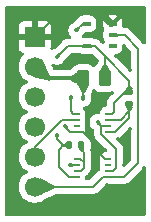
<source format=gbr>
%TF.GenerationSoftware,KiCad,Pcbnew,9.0.0*%
%TF.CreationDate,2025-09-15T17:26:31+09:00*%
%TF.ProjectId,ICS,4943532e-6b69-4636-9164-5f7063625858,rev?*%
%TF.SameCoordinates,Original*%
%TF.FileFunction,Copper,L1,Top*%
%TF.FilePolarity,Positive*%
%FSLAX46Y46*%
G04 Gerber Fmt 4.6, Leading zero omitted, Abs format (unit mm)*
G04 Created by KiCad (PCBNEW 9.0.0) date 2025-09-15 17:26:31*
%MOMM*%
%LPD*%
G01*
G04 APERTURE LIST*
G04 Aperture macros list*
%AMRoundRect*
0 Rectangle with rounded corners*
0 $1 Rounding radius*
0 $2 $3 $4 $5 $6 $7 $8 $9 X,Y pos of 4 corners*
0 Add a 4 corners polygon primitive as box body*
4,1,4,$2,$3,$4,$5,$6,$7,$8,$9,$2,$3,0*
0 Add four circle primitives for the rounded corners*
1,1,$1+$1,$2,$3*
1,1,$1+$1,$4,$5*
1,1,$1+$1,$6,$7*
1,1,$1+$1,$8,$9*
0 Add four rect primitives between the rounded corners*
20,1,$1+$1,$2,$3,$4,$5,0*
20,1,$1+$1,$4,$5,$6,$7,0*
20,1,$1+$1,$6,$7,$8,$9,0*
20,1,$1+$1,$8,$9,$2,$3,0*%
G04 Aperture macros list end*
%TA.AperFunction,SMDPad,CuDef*%
%ADD10RoundRect,0.250000X0.262500X0.450000X-0.262500X0.450000X-0.262500X-0.450000X0.262500X-0.450000X0*%
%TD*%
%TA.AperFunction,SMDPad,CuDef*%
%ADD11RoundRect,0.135000X-0.185000X0.135000X-0.185000X-0.135000X0.185000X-0.135000X0.185000X0.135000X0*%
%TD*%
%TA.AperFunction,SMDPad,CuDef*%
%ADD12RoundRect,0.057000X-0.243000X0.133000X-0.243000X-0.133000X0.243000X-0.133000X0.243000X0.133000X0*%
%TD*%
%TA.AperFunction,ComponentPad*%
%ADD13R,1.700000X1.700000*%
%TD*%
%TA.AperFunction,ComponentPad*%
%ADD14C,1.700000*%
%TD*%
%TA.AperFunction,SMDPad,CuDef*%
%ADD15RoundRect,0.135000X0.135000X0.185000X-0.135000X0.185000X-0.135000X-0.185000X0.135000X-0.185000X0*%
%TD*%
%TA.AperFunction,SMDPad,CuDef*%
%ADD16RoundRect,0.030000X0.170000X0.070000X-0.170000X0.070000X-0.170000X-0.070000X0.170000X-0.070000X0*%
%TD*%
%TA.AperFunction,SMDPad,CuDef*%
%ADD17RoundRect,0.030000X-0.170000X-0.070000X0.170000X-0.070000X0.170000X0.070000X-0.170000X0.070000X0*%
%TD*%
%TA.AperFunction,ViaPad*%
%ADD18C,0.350000*%
%TD*%
%TA.AperFunction,Conductor*%
%ADD19C,0.200000*%
%TD*%
%TA.AperFunction,Conductor*%
%ADD20C,0.380000*%
%TD*%
G04 APERTURE END LIST*
D10*
%TO.P,R1,1*%
%TO.N,+5V*%
X124632500Y-91100000D03*
%TO.P,R1,2*%
%TO.N,Net-(J2-Pin_2)*%
X122807500Y-91100000D03*
%TD*%
D11*
%TO.P,R2,1*%
%TO.N,+5V*%
X126700000Y-92280000D03*
%TO.P,R2,2*%
%TO.N,Net-(U2-A2)*%
X126700000Y-93300000D03*
%TD*%
D12*
%TO.P,U1,1,NoConnectin*%
%TO.N,unconnected-(U1-NoConnectin-Pad1)*%
X125300000Y-88370000D03*
%TO.P,U1,2,A*%
%TO.N,Net-(J2-Pin_6)*%
X125300000Y-87420000D03*
%TO.P,U1,3,GND*%
%TO.N,GND*%
X125300000Y-86470000D03*
%TO.P,U1,4,Y*%
%TO.N,Net-(U1-Y)*%
X123100000Y-86470000D03*
%TO.P,U1,5,Vcc*%
%TO.N,+5V*%
X123100000Y-88370000D03*
%TD*%
D13*
%TO.P,J2,1,Pin_1*%
%TO.N,GND*%
X118680000Y-87590000D03*
D14*
%TO.P,J2,2,Pin_2*%
%TO.N,Net-(J2-Pin_2)*%
X118680000Y-90130000D03*
%TO.P,J2,3,Pin_3*%
%TO.N,+5V*%
X118680000Y-92670000D03*
%TO.P,J2,4,Pin_4*%
%TO.N,Net-(J2-Pin_4)*%
X118680000Y-95210000D03*
%TO.P,J2,5,Pin_5*%
%TO.N,Net-(J2-Pin_5)*%
X118680000Y-97750000D03*
%TO.P,J2,6,Pin_6*%
%TO.N,Net-(J2-Pin_6)*%
X118680000Y-100290000D03*
%TD*%
D15*
%TO.P,R3,1*%
%TO.N,Net-(U3-A2)*%
X122640000Y-96760000D03*
%TO.P,R3,2*%
%TO.N,+5V*%
X121620000Y-96760000D03*
%TD*%
D16*
%TO.P,U3,1,G'*%
%TO.N,Net-(J2-Pin_6)*%
X124930000Y-99420000D03*
%TO.P,U3,2,A1*%
%TO.N,Net-(J2-Pin_2)*%
X124930000Y-98920000D03*
%TO.P,U3,3,Y2*%
%TO.N,unconnected-(U3-Y2-Pad3)*%
X124930000Y-98420000D03*
%TO.P,U3,4,GND*%
%TO.N,GND*%
X124930000Y-97920000D03*
%TO.P,U3,5,A2*%
%TO.N,Net-(U3-A2)*%
X122230000Y-97920000D03*
%TO.P,U3,6,Y1*%
%TO.N,Net-(J2-Pin_4)*%
X122230000Y-98420000D03*
%TO.P,U3,7,G*%
%TO.N,Net-(U3-A2)*%
X122230000Y-98920000D03*
%TO.P,U3,8,Vcc*%
%TO.N,+5V*%
X122230000Y-99420000D03*
%TD*%
D17*
%TO.P,U2,1,G'*%
%TO.N,Net-(U1-Y)*%
X122230000Y-94110000D03*
%TO.P,U2,2,A1*%
%TO.N,Net-(J2-Pin_5)*%
X122230000Y-94610000D03*
%TO.P,U2,3,Y2*%
%TO.N,unconnected-(U2-Y2-Pad3)*%
X122230000Y-95110000D03*
%TO.P,U2,4,GND*%
%TO.N,GND*%
X122230000Y-95610000D03*
%TO.P,U2,5,A2*%
%TO.N,Net-(U2-A2)*%
X124930000Y-95610000D03*
%TO.P,U2,6,Y1*%
%TO.N,Net-(J2-Pin_2)*%
X124930000Y-95110000D03*
%TO.P,U2,7,G*%
%TO.N,Net-(U2-A2)*%
X124930000Y-94610000D03*
%TO.P,U2,8,Vcc*%
%TO.N,+5V*%
X124930000Y-94110000D03*
%TD*%
D18*
%TO.N,+5V*%
X120580000Y-89260000D03*
X120605876Y-95920000D03*
%TO.N,Net-(U1-Y)*%
X121740000Y-92700000D03*
X122200000Y-87050000D03*
%TO.N,Net-(J2-Pin_2)*%
X122807500Y-92830000D03*
X124005876Y-94805876D03*
%TO.N,Net-(J2-Pin_4)*%
X121700000Y-98420000D03*
%TO.N,GND*%
X122000000Y-102500000D03*
X124670000Y-97190000D03*
X126710000Y-95400000D03*
X126290000Y-86670000D03*
X124460000Y-88050000D03*
X124180000Y-93630000D03*
X126220000Y-88350000D03*
X126770000Y-90370000D03*
X123130000Y-99570000D03*
X117950000Y-93940000D03*
X125190000Y-92360000D03*
X124810000Y-100140000D03*
X123930000Y-89640000D03*
X122880000Y-87560000D03*
X127590000Y-85420000D03*
X125730000Y-96270000D03*
X117910000Y-96500000D03*
X116470000Y-102460000D03*
X117920000Y-99020000D03*
X121240000Y-89910000D03*
X127920000Y-98710000D03*
X123670000Y-92150000D03*
X127860000Y-88060000D03*
X121240000Y-95100000D03*
X127900000Y-102480000D03*
X117970000Y-91410000D03*
X126280000Y-98420000D03*
X125530000Y-89190000D03*
%TD*%
D19*
%TO.N,+5V*%
X122230000Y-99420000D02*
X121580000Y-99420000D01*
X121580000Y-99420000D02*
X120770000Y-98610000D01*
X126300000Y-92280000D02*
X126700000Y-92280000D01*
X124930000Y-94110000D02*
X125210000Y-94110000D01*
X121470000Y-88370000D02*
X123100000Y-88370000D01*
X120580000Y-89260000D02*
X121470000Y-88370000D01*
X120770000Y-98610000D02*
X120770000Y-97070000D01*
X123760000Y-88370000D02*
X124632500Y-89242500D01*
X120770000Y-97070000D02*
X120790000Y-97070000D01*
X125210000Y-94110000D02*
X125370000Y-93950000D01*
X121100000Y-96760000D02*
X121620000Y-96760000D01*
X120605876Y-96265876D02*
X121100000Y-96760000D01*
X125370000Y-93210000D02*
X126300000Y-92280000D01*
X125370000Y-93950000D02*
X125370000Y-93210000D01*
X124632500Y-89242500D02*
X126700000Y-91310000D01*
X126700000Y-91310000D02*
X126700000Y-92280000D01*
X120790000Y-97070000D02*
X121100000Y-96760000D01*
X120605876Y-95920000D02*
X120605876Y-96265876D01*
X124632500Y-89242500D02*
X124632500Y-91100000D01*
X123100000Y-88370000D02*
X123760000Y-88370000D01*
%TO.N,Net-(U2-A2)*%
X126700000Y-94430000D02*
X126700000Y-93870000D01*
X125960000Y-94610000D02*
X126700000Y-93870000D01*
X124930000Y-95610000D02*
X125520000Y-95610000D01*
X124930000Y-94610000D02*
X125960000Y-94610000D01*
X125520000Y-95610000D02*
X126700000Y-94430000D01*
X126700000Y-93870000D02*
X126700000Y-93300000D01*
%TO.N,Net-(U3-A2)*%
X122600000Y-98920000D02*
X122230000Y-98920000D01*
X122640000Y-97170000D02*
X122640000Y-96760000D01*
X122820000Y-98230000D02*
X122820000Y-97350000D01*
X122510000Y-97920000D02*
X122820000Y-98230000D01*
X122820000Y-97350000D02*
X122640000Y-97170000D01*
X122230000Y-97920000D02*
X122510000Y-97920000D01*
X122820000Y-98700000D02*
X122600000Y-98920000D01*
X122820000Y-98230000D02*
X122820000Y-98700000D01*
%TO.N,Net-(U1-Y)*%
X122780000Y-86470000D02*
X122200000Y-87050000D01*
X121950000Y-94110000D02*
X121740000Y-93900000D01*
X121740000Y-93900000D02*
X121740000Y-92700000D01*
X123100000Y-86470000D02*
X122780000Y-86470000D01*
X122230000Y-94110000D02*
X121950000Y-94110000D01*
%TO.N,Net-(J2-Pin_2)*%
X125570000Y-97090000D02*
X124320000Y-95840000D01*
X122807500Y-92830000D02*
X122807500Y-91100000D01*
X124930000Y-95110000D02*
X124310000Y-95110000D01*
D20*
X118680000Y-90130000D02*
X119650000Y-91100000D01*
D19*
X125570000Y-98690000D02*
X125570000Y-97090000D01*
D20*
X119650000Y-91100000D02*
X122807500Y-91100000D01*
D19*
X124310000Y-95110000D02*
X124005876Y-94805876D01*
X124310000Y-95830000D02*
X124320000Y-95840000D01*
X125340000Y-98920000D02*
X125570000Y-98690000D01*
X124310000Y-95110000D02*
X124310000Y-95830000D01*
X124930000Y-98920000D02*
X125340000Y-98920000D01*
%TO.N,Net-(J2-Pin_6)*%
X127450000Y-98250000D02*
X127450000Y-88580000D01*
X124490000Y-99420000D02*
X124930000Y-99420000D01*
X127450000Y-88580000D02*
X126290000Y-87420000D01*
X124930000Y-99420000D02*
X126280000Y-99420000D01*
X126290000Y-87420000D02*
X125300000Y-87420000D01*
X126280000Y-99420000D02*
X127450000Y-98250000D01*
X118680000Y-100290000D02*
X123620000Y-100290000D01*
X123620000Y-100290000D02*
X124490000Y-99420000D01*
%TO.N,Net-(J2-Pin_4)*%
X121700000Y-98420000D02*
X122230000Y-98420000D01*
%TO.N,Net-(J2-Pin_5)*%
X118680000Y-97750000D02*
X118680000Y-96910000D01*
X120980000Y-94610000D02*
X122230000Y-94610000D01*
X118680000Y-96910000D02*
X120980000Y-94610000D01*
%TO.N,GND*%
X121240000Y-95160000D02*
X121690000Y-95610000D01*
X122230000Y-95610000D02*
X122760000Y-95610000D01*
X124040000Y-85640000D02*
X124870000Y-86470000D01*
X121690000Y-95610000D02*
X122230000Y-95610000D01*
X124610000Y-97920000D02*
X124930000Y-97920000D01*
X123810000Y-97120000D02*
X124610000Y-97920000D01*
X121240000Y-95100000D02*
X121240000Y-95160000D01*
X123810000Y-96660000D02*
X123810000Y-97120000D01*
X122760000Y-95610000D02*
X123810000Y-96660000D01*
X120630000Y-85640000D02*
X124040000Y-85640000D01*
X118680000Y-87590000D02*
X120630000Y-85640000D01*
X124870000Y-86470000D02*
X125300000Y-86470000D01*
%TD*%
%TA.AperFunction,Conductor*%
%TO.N,Net-(J2-Pin_6)*%
G36*
X120363667Y-100390000D02*
G01*
X120363667Y-100190000D01*
X119152235Y-99583251D01*
X118679000Y-100290000D01*
X119152235Y-100996749D01*
X120363667Y-100390000D01*
G37*
%TD.AperFunction*%
%TD*%
%TA.AperFunction,Conductor*%
%TO.N,Net-(U1-Y)*%
G36*
X121640000Y-93046637D02*
G01*
X121840000Y-93046637D01*
X121911637Y-92734141D01*
X121740000Y-92699000D01*
X121568363Y-92734141D01*
X121640000Y-93046637D01*
G37*
%TD.AperFunction*%
%TD*%
%TA.AperFunction,Conductor*%
%TO.N,+5V*%
G36*
X126800000Y-91740000D02*
G01*
X126600000Y-91740000D01*
X126430000Y-92042552D01*
X126700000Y-92281000D01*
X126970000Y-92042552D01*
X126800000Y-91740000D01*
G37*
%TD.AperFunction*%
%TD*%
%TA.AperFunction,Conductor*%
%TO.N,+5V*%
G36*
X120535704Y-96337124D02*
G01*
X120677124Y-96195704D01*
X120751383Y-96017225D01*
X120605169Y-95919293D01*
X120434239Y-95954141D01*
X120535704Y-96337124D01*
G37*
%TD.AperFunction*%
%TD*%
%TA.AperFunction,Conductor*%
%TO.N,Net-(U1-Y)*%
G36*
X122515820Y-86875601D02*
G01*
X122374399Y-86734180D01*
X122102775Y-86904493D01*
X122199293Y-87050707D01*
X122345507Y-87147225D01*
X122515820Y-86875601D01*
G37*
%TD.AperFunction*%
%TD*%
%TA.AperFunction,Conductor*%
%TO.N,Net-(U3-A2)*%
G36*
X122696568Y-97367989D02*
G01*
X122837989Y-97226568D01*
X122899724Y-96996662D01*
X122639293Y-96759293D01*
X122432258Y-97055638D01*
X122696568Y-97367989D01*
G37*
%TD.AperFunction*%
%TD*%
%TA.AperFunction,Conductor*%
%TO.N,Net-(U2-A2)*%
G36*
X126600000Y-93840000D02*
G01*
X126800000Y-93840000D01*
X126970000Y-93537447D01*
X126700000Y-93299000D01*
X126430000Y-93537447D01*
X126600000Y-93840000D01*
G37*
%TD.AperFunction*%
%TD*%
%TA.AperFunction,Conductor*%
%TO.N,Net-(J2-Pin_4)*%
G36*
X122046637Y-98520000D02*
G01*
X122046637Y-98320000D01*
X121734141Y-98248363D01*
X121699000Y-98420000D01*
X121734141Y-98591637D01*
X122046637Y-98520000D01*
G37*
%TD.AperFunction*%
%TD*%
%TA.AperFunction,Conductor*%
%TO.N,Net-(U1-Y)*%
G36*
X122589082Y-86519497D02*
G01*
X122730503Y-86660918D01*
X123123711Y-86660000D01*
X123100707Y-86469293D01*
X122800000Y-86354742D01*
X122589082Y-86519497D01*
G37*
%TD.AperFunction*%
%TD*%
%TA.AperFunction,Conductor*%
%TO.N,+5V*%
G36*
X123590000Y-88470000D02*
G01*
X123590000Y-88270000D01*
X123364813Y-88184339D01*
X123099000Y-88370000D01*
X123364813Y-88555661D01*
X123590000Y-88470000D01*
G37*
%TD.AperFunction*%
%TD*%
%TA.AperFunction,Conductor*%
%TO.N,Net-(J2-Pin_2)*%
G36*
X119961880Y-91290000D02*
G01*
X119961880Y-90910000D01*
X119386749Y-89657765D01*
X118679000Y-90130000D01*
X118514173Y-90963667D01*
X119961880Y-91290000D01*
G37*
%TD.AperFunction*%
%TD*%
%TA.AperFunction,Conductor*%
%TO.N,Net-(J2-Pin_2)*%
G36*
X122707500Y-92312500D02*
G01*
X122907500Y-92312500D01*
X123300970Y-91645671D01*
X122807500Y-91099000D01*
X122314030Y-91645671D01*
X122707500Y-92312500D01*
G37*
%TD.AperFunction*%
%TD*%
%TA.AperFunction,Conductor*%
%TO.N,+5V*%
G36*
X122610000Y-88270000D02*
G01*
X122610000Y-88470000D01*
X122835187Y-88555661D01*
X123101000Y-88370000D01*
X122835187Y-88184339D01*
X122610000Y-88270000D01*
G37*
%TD.AperFunction*%
%TD*%
%TA.AperFunction,Conductor*%
%TO.N,+5V*%
G36*
X121156568Y-96675148D02*
G01*
X121015148Y-96816568D01*
X121378602Y-97024089D01*
X121620707Y-96760707D01*
X121386494Y-96484100D01*
X121156568Y-96675148D01*
G37*
%TD.AperFunction*%
%TD*%
%TA.AperFunction,Conductor*%
%TO.N,Net-(J2-Pin_6)*%
G36*
X125790000Y-87520000D02*
G01*
X125790000Y-87320000D01*
X125564813Y-87234339D01*
X125299000Y-87420000D01*
X125564813Y-87605661D01*
X125790000Y-87520000D01*
G37*
%TD.AperFunction*%
%TD*%
%TA.AperFunction,Conductor*%
%TO.N,+5V*%
G36*
X120895820Y-89085601D02*
G01*
X120754399Y-88944180D01*
X120482775Y-89114493D01*
X120579293Y-89260707D01*
X120725507Y-89357225D01*
X120895820Y-89085601D01*
G37*
%TD.AperFunction*%
%TD*%
%TA.AperFunction,Conductor*%
%TO.N,+5V*%
G36*
X124732500Y-89887500D02*
G01*
X124532500Y-89887500D01*
X124139030Y-90554329D01*
X124632500Y-91101000D01*
X125125970Y-90554329D01*
X124732500Y-89887500D01*
G37*
%TD.AperFunction*%
%TD*%
%TA.AperFunction,Conductor*%
%TO.N,GND*%
G36*
X121381972Y-95443393D02*
G01*
X121523393Y-95301972D01*
X121385507Y-95002775D01*
X121239293Y-95099293D01*
X121142775Y-95245507D01*
X121381972Y-95443393D01*
G37*
%TD.AperFunction*%
%TD*%
%TA.AperFunction,Conductor*%
%TO.N,+5V*%
G36*
X126094940Y-92343639D02*
G01*
X126236361Y-92485060D01*
X126463338Y-92539724D01*
X126700707Y-92279293D01*
X126401653Y-92076310D01*
X126094940Y-92343639D01*
G37*
%TD.AperFunction*%
%TD*%
%TA.AperFunction,Conductor*%
%TO.N,Net-(J2-Pin_2)*%
G36*
X124180275Y-95121696D02*
G01*
X124321696Y-94980275D01*
X124151383Y-94708651D01*
X124005169Y-94805169D01*
X123908651Y-94951383D01*
X124180275Y-95121696D01*
G37*
%TD.AperFunction*%
%TD*%
%TA.AperFunction,Conductor*%
%TO.N,Net-(J2-Pin_2)*%
G36*
X122907500Y-92483363D02*
G01*
X122707500Y-92483363D01*
X122635863Y-92795859D01*
X122807500Y-92831000D01*
X122979137Y-92795859D01*
X122907500Y-92483363D01*
G37*
%TD.AperFunction*%
%TD*%
%TA.AperFunction,Conductor*%
%TO.N,Net-(J2-Pin_2)*%
G36*
X121782500Y-90910000D02*
G01*
X121782500Y-91290000D01*
X122307432Y-91612500D01*
X122808500Y-91100000D01*
X122307432Y-90587500D01*
X121782500Y-90910000D01*
G37*
%TD.AperFunction*%
%TD*%
%TA.AperFunction,Conductor*%
%TO.N,GND*%
G36*
X128062539Y-85030185D02*
G01*
X128108294Y-85082989D01*
X128119500Y-85134500D01*
X128119500Y-88100902D01*
X128099815Y-88167941D01*
X128047011Y-88213696D01*
X127977853Y-88223640D01*
X127914297Y-88194615D01*
X127907819Y-88188583D01*
X126777590Y-87058355D01*
X126777588Y-87058352D01*
X126658717Y-86939481D01*
X126658716Y-86939480D01*
X126553623Y-86878805D01*
X126553622Y-86878804D01*
X126521783Y-86860422D01*
X126465881Y-86845443D01*
X126369057Y-86819499D01*
X126219020Y-86819499D01*
X126151981Y-86799814D01*
X126106226Y-86747010D01*
X126095904Y-86680716D01*
X126099999Y-86646603D01*
X126099999Y-86293397D01*
X126089251Y-86203884D01*
X126033078Y-86061439D01*
X126009005Y-86029694D01*
X126009004Y-86029693D01*
X125434352Y-86604346D01*
X125434350Y-86604350D01*
X125345517Y-86693182D01*
X125284193Y-86726666D01*
X125257836Y-86729500D01*
X125071162Y-86729500D01*
X125004123Y-86709815D01*
X124958368Y-86657011D01*
X124948424Y-86587853D01*
X124977449Y-86524297D01*
X124983481Y-86517818D01*
X125031299Y-86469999D01*
X124590994Y-86029694D01*
X124590993Y-86029694D01*
X124566920Y-86061441D01*
X124510748Y-86203883D01*
X124500000Y-86293397D01*
X124500000Y-86646602D01*
X124510748Y-86736115D01*
X124566921Y-86878560D01*
X124569817Y-86883710D01*
X124585516Y-86951793D01*
X124569820Y-87005255D01*
X124566483Y-87011189D01*
X124510258Y-87153764D01*
X124507399Y-87177578D01*
X124499500Y-87243357D01*
X124499500Y-87243362D01*
X124499500Y-87243363D01*
X124499500Y-87596636D01*
X124510258Y-87686235D01*
X124566481Y-87828806D01*
X124569529Y-87834226D01*
X124570225Y-87837244D01*
X124572336Y-87839513D01*
X124578023Y-87871066D01*
X124585227Y-87902309D01*
X124584345Y-87906143D01*
X124584730Y-87908275D01*
X124581627Y-87917969D01*
X124575996Y-87942471D01*
X124570352Y-87956089D01*
X124566481Y-87961195D01*
X124531948Y-88048761D01*
X124531507Y-88049828D01*
X124510230Y-88076222D01*
X124489402Y-88102992D01*
X124488354Y-88103360D01*
X124487658Y-88104225D01*
X124455460Y-88114935D01*
X124423494Y-88126184D01*
X124422414Y-88125928D01*
X124421360Y-88126279D01*
X124388475Y-88117880D01*
X124355509Y-88110063D01*
X124354322Y-88109157D01*
X124353663Y-88108989D01*
X124352586Y-88107832D01*
X124329273Y-88090038D01*
X124247590Y-88008355D01*
X124247588Y-88008352D01*
X124128717Y-87889481D01*
X124128716Y-87889480D01*
X124023623Y-87828805D01*
X124023622Y-87828804D01*
X123991783Y-87810422D01*
X123935881Y-87795443D01*
X123839057Y-87769499D01*
X123839054Y-87769499D01*
X123718829Y-87769499D01*
X123714245Y-87768705D01*
X123711709Y-87769294D01*
X123686254Y-87763856D01*
X123677120Y-87762274D01*
X123675922Y-87761846D01*
X123550320Y-87714067D01*
X123505064Y-87699251D01*
X123502955Y-87698669D01*
X123495455Y-87697389D01*
X123485301Y-87693762D01*
X123484680Y-87693310D01*
X123481529Y-87692345D01*
X123476239Y-87690259D01*
X123453838Y-87687569D01*
X123386643Y-87679500D01*
X123386637Y-87679500D01*
X122823642Y-87679500D01*
X122813761Y-87676598D01*
X122803542Y-87677860D01*
X122780806Y-87666922D01*
X122756603Y-87659815D01*
X122749860Y-87652033D01*
X122740580Y-87647569D01*
X122727366Y-87626074D01*
X122710848Y-87607011D01*
X122709382Y-87596819D01*
X122703990Y-87588047D01*
X122704494Y-87562825D01*
X122700904Y-87537853D01*
X122705219Y-87526628D01*
X122705388Y-87518191D01*
X122715952Y-87498706D01*
X122720689Y-87486387D01*
X122724314Y-87480986D01*
X122724695Y-87480606D01*
X122751095Y-87441093D01*
X122751145Y-87441052D01*
X122759433Y-87430056D01*
X122780143Y-87405612D01*
X122894068Y-87223917D01*
X122899991Y-87218667D01*
X122903067Y-87211374D01*
X122925765Y-87195826D01*
X122946357Y-87177578D01*
X122955646Y-87175359D01*
X122960710Y-87171891D01*
X122989355Y-87167307D01*
X122995483Y-87165844D01*
X122997110Y-87165796D01*
X123111725Y-87165529D01*
X123141391Y-87164588D01*
X123142765Y-87164504D01*
X123168557Y-87160760D01*
X123175670Y-87160552D01*
X123176297Y-87160716D01*
X123179310Y-87160499D01*
X123386637Y-87160499D01*
X123386642Y-87160499D01*
X123476237Y-87149741D01*
X123618805Y-87093519D01*
X123740918Y-87000918D01*
X123833519Y-86878805D01*
X123889741Y-86736237D01*
X123900500Y-86646643D01*
X123900499Y-86293358D01*
X123889741Y-86203763D01*
X123833519Y-86061195D01*
X123833518Y-86061194D01*
X123833518Y-86061193D01*
X123740918Y-85939081D01*
X123618806Y-85846481D01*
X123502171Y-85800486D01*
X124899186Y-85800486D01*
X124899186Y-85800487D01*
X125300000Y-86201300D01*
X125300001Y-86201300D01*
X125700811Y-85800487D01*
X125700811Y-85800486D01*
X125676117Y-85790749D01*
X125586602Y-85780000D01*
X125013397Y-85780000D01*
X124923880Y-85790749D01*
X124923879Y-85790749D01*
X124899186Y-85800486D01*
X123502171Y-85800486D01*
X123476235Y-85790258D01*
X123433696Y-85785150D01*
X123386643Y-85779500D01*
X123386636Y-85779500D01*
X122813363Y-85779500D01*
X122723764Y-85790258D01*
X122581193Y-85846481D01*
X122459083Y-85939081D01*
X122459080Y-85939083D01*
X122443448Y-85959698D01*
X122430971Y-85973787D01*
X122419946Y-85984478D01*
X122411284Y-85989480D01*
X122299480Y-86101284D01*
X122299478Y-86101286D01*
X122298815Y-86101948D01*
X122298782Y-86101981D01*
X122289086Y-86111677D01*
X122280733Y-86119301D01*
X122264297Y-86132979D01*
X122263242Y-86133914D01*
X122263237Y-86133919D01*
X122200418Y-86199737D01*
X122196268Y-86204495D01*
X122086282Y-86314481D01*
X122064474Y-86331856D01*
X121844341Y-86469883D01*
X121837554Y-86474215D01*
X121837355Y-86474344D01*
X121790697Y-86508599D01*
X121786731Y-86512172D01*
X121772642Y-86523134D01*
X121769397Y-86525302D01*
X121769386Y-86525311D01*
X121675307Y-86619390D01*
X121675301Y-86619398D01*
X121601386Y-86730020D01*
X121601376Y-86730038D01*
X121550461Y-86852959D01*
X121550458Y-86852969D01*
X121524500Y-86983466D01*
X121524500Y-86983469D01*
X121524500Y-87116531D01*
X121524500Y-87116533D01*
X121524499Y-87116533D01*
X121550458Y-87247030D01*
X121550460Y-87247036D01*
X121601376Y-87369961D01*
X121601386Y-87369979D01*
X121675301Y-87480601D01*
X121675307Y-87480609D01*
X121752517Y-87557819D01*
X121786002Y-87619142D01*
X121781018Y-87688834D01*
X121739146Y-87744767D01*
X121673682Y-87769184D01*
X121664836Y-87769500D01*
X121390943Y-87769500D01*
X121238213Y-87810423D01*
X121206377Y-87828805D01*
X121206376Y-87828805D01*
X121101287Y-87889477D01*
X121101282Y-87889481D01*
X120989478Y-88001286D01*
X120395865Y-88594898D01*
X120393870Y-88596345D01*
X120393207Y-88597478D01*
X120384937Y-88602826D01*
X120364334Y-88617776D01*
X120360060Y-88619946D01*
X120260031Y-88661380D01*
X120201585Y-88700431D01*
X120194993Y-88703780D01*
X120167619Y-88708883D01*
X120141055Y-88717201D01*
X120133752Y-88715197D01*
X120126307Y-88716586D01*
X120100524Y-88706081D01*
X120073675Y-88698716D01*
X120068613Y-88693080D01*
X120061601Y-88690224D01*
X120045591Y-88667450D01*
X120026986Y-88646737D01*
X120025774Y-88639260D01*
X120021419Y-88633065D01*
X120020262Y-88605246D01*
X120015810Y-88577766D01*
X120018642Y-88566242D01*
X120018518Y-88563256D01*
X120019996Y-88560730D01*
X120022662Y-88549885D01*
X120023597Y-88547377D01*
X120023598Y-88547372D01*
X120029999Y-88487844D01*
X120030000Y-88487827D01*
X120030000Y-87840000D01*
X119113012Y-87840000D01*
X119145925Y-87782993D01*
X119180000Y-87655826D01*
X119180000Y-87524174D01*
X119145925Y-87397007D01*
X119113012Y-87340000D01*
X120030000Y-87340000D01*
X120030000Y-86692172D01*
X120029999Y-86692155D01*
X120023598Y-86632627D01*
X120023596Y-86632620D01*
X119973354Y-86497913D01*
X119973350Y-86497906D01*
X119887190Y-86382812D01*
X119887187Y-86382809D01*
X119772093Y-86296649D01*
X119772086Y-86296645D01*
X119637379Y-86246403D01*
X119637372Y-86246401D01*
X119577844Y-86240000D01*
X118930000Y-86240000D01*
X118930000Y-87156988D01*
X118872993Y-87124075D01*
X118745826Y-87090000D01*
X118614174Y-87090000D01*
X118487007Y-87124075D01*
X118430000Y-87156988D01*
X118430000Y-86240000D01*
X117782155Y-86240000D01*
X117722627Y-86246401D01*
X117722620Y-86246403D01*
X117587913Y-86296645D01*
X117587906Y-86296649D01*
X117472812Y-86382809D01*
X117472809Y-86382812D01*
X117386649Y-86497906D01*
X117386645Y-86497913D01*
X117336403Y-86632620D01*
X117336401Y-86632627D01*
X117330000Y-86692155D01*
X117330000Y-87340000D01*
X118246988Y-87340000D01*
X118214075Y-87397007D01*
X118180000Y-87524174D01*
X118180000Y-87655826D01*
X118214075Y-87782993D01*
X118246988Y-87840000D01*
X117330000Y-87840000D01*
X117330000Y-88487844D01*
X117336401Y-88547372D01*
X117336403Y-88547379D01*
X117386645Y-88682086D01*
X117386649Y-88682093D01*
X117472809Y-88797187D01*
X117472812Y-88797190D01*
X117587906Y-88883350D01*
X117587913Y-88883354D01*
X117719470Y-88932422D01*
X117775404Y-88974293D01*
X117799821Y-89039758D01*
X117784969Y-89108031D01*
X117763819Y-89136285D01*
X117649889Y-89250215D01*
X117524951Y-89422179D01*
X117428444Y-89611585D01*
X117362753Y-89813760D01*
X117329500Y-90023713D01*
X117329500Y-90236286D01*
X117362753Y-90446239D01*
X117428444Y-90648414D01*
X117524951Y-90837820D01*
X117649890Y-91009786D01*
X117800213Y-91160109D01*
X117972182Y-91285050D01*
X117980946Y-91289516D01*
X118031742Y-91337491D01*
X118048536Y-91405312D01*
X118025998Y-91471447D01*
X117980946Y-91510484D01*
X117972182Y-91514949D01*
X117800213Y-91639890D01*
X117649890Y-91790213D01*
X117524951Y-91962179D01*
X117428444Y-92151585D01*
X117362753Y-92353760D01*
X117346634Y-92455531D01*
X117329500Y-92563713D01*
X117329500Y-92776287D01*
X117362754Y-92986243D01*
X117415955Y-93149979D01*
X117428444Y-93188414D01*
X117524951Y-93377820D01*
X117649890Y-93549786D01*
X117800213Y-93700109D01*
X117972182Y-93825050D01*
X117980946Y-93829516D01*
X118031742Y-93877491D01*
X118048536Y-93945312D01*
X118025998Y-94011447D01*
X117980946Y-94050484D01*
X117972182Y-94054949D01*
X117800213Y-94179890D01*
X117649890Y-94330213D01*
X117524951Y-94502179D01*
X117428444Y-94691585D01*
X117362753Y-94893760D01*
X117360895Y-94905493D01*
X117329500Y-95103713D01*
X117329500Y-95316287D01*
X117336542Y-95360746D01*
X117362753Y-95526239D01*
X117428444Y-95728414D01*
X117524951Y-95917820D01*
X117649890Y-96089786D01*
X117800213Y-96240109D01*
X117972182Y-96365050D01*
X117980946Y-96369516D01*
X118031742Y-96417491D01*
X118048536Y-96485312D01*
X118025998Y-96551447D01*
X117980946Y-96590484D01*
X117972182Y-96594949D01*
X117800213Y-96719890D01*
X117649890Y-96870213D01*
X117524951Y-97042179D01*
X117428444Y-97231585D01*
X117428443Y-97231587D01*
X117428443Y-97231588D01*
X117397925Y-97325513D01*
X117362753Y-97433760D01*
X117349094Y-97520000D01*
X117329500Y-97643713D01*
X117329500Y-97856287D01*
X117362754Y-98066243D01*
X117413757Y-98223214D01*
X117428444Y-98268414D01*
X117524951Y-98457820D01*
X117649890Y-98629786D01*
X117800213Y-98780109D01*
X117972182Y-98905050D01*
X117980946Y-98909516D01*
X118031742Y-98957491D01*
X118048536Y-99025312D01*
X118025998Y-99091447D01*
X117980946Y-99130484D01*
X117972182Y-99134949D01*
X117800213Y-99259890D01*
X117649890Y-99410213D01*
X117524951Y-99582179D01*
X117428444Y-99771585D01*
X117362753Y-99973760D01*
X117349598Y-100056819D01*
X117329500Y-100183713D01*
X117329500Y-100396287D01*
X117362754Y-100606243D01*
X117376486Y-100648507D01*
X117428444Y-100808414D01*
X117524951Y-100997820D01*
X117649890Y-101169786D01*
X117800213Y-101320109D01*
X117972179Y-101445048D01*
X117972181Y-101445049D01*
X117972184Y-101445051D01*
X118161588Y-101541557D01*
X118363757Y-101607246D01*
X118573713Y-101640500D01*
X118573714Y-101640500D01*
X118786286Y-101640500D01*
X118786287Y-101640500D01*
X118996243Y-101607246D01*
X119198412Y-101541557D01*
X119387816Y-101445051D01*
X119387829Y-101445041D01*
X119391632Y-101442711D01*
X119400897Y-101437563D01*
X120466951Y-100903629D01*
X120522481Y-100890500D01*
X123533331Y-100890500D01*
X123533347Y-100890501D01*
X123540943Y-100890501D01*
X123699054Y-100890501D01*
X123699057Y-100890501D01*
X123851785Y-100849577D01*
X123901904Y-100820639D01*
X123988716Y-100770520D01*
X124100520Y-100658716D01*
X124100520Y-100658714D01*
X124110728Y-100648507D01*
X124110729Y-100648504D01*
X124702417Y-100056819D01*
X124763740Y-100023334D01*
X124790098Y-100020500D01*
X124850943Y-100020500D01*
X126193331Y-100020500D01*
X126193347Y-100020501D01*
X126200943Y-100020501D01*
X126359054Y-100020501D01*
X126359057Y-100020501D01*
X126511785Y-99979577D01*
X126561904Y-99950639D01*
X126648716Y-99900520D01*
X126760520Y-99788716D01*
X126760520Y-99788714D01*
X126770728Y-99778507D01*
X126770730Y-99778504D01*
X127818713Y-98730521D01*
X127818716Y-98730520D01*
X127907822Y-98641413D01*
X127969144Y-98607931D01*
X128007598Y-98610682D01*
X128038834Y-98612916D01*
X128088608Y-98650177D01*
X128094768Y-98654789D01*
X128094801Y-98654878D01*
X128119184Y-98720252D01*
X128119500Y-98729098D01*
X128119500Y-102595500D01*
X128099815Y-102662539D01*
X128047011Y-102708294D01*
X127995500Y-102719500D01*
X116274500Y-102719500D01*
X116207461Y-102699815D01*
X116161706Y-102647011D01*
X116150500Y-102595500D01*
X116150500Y-85134500D01*
X116170185Y-85067461D01*
X116222989Y-85021706D01*
X116274500Y-85010500D01*
X127995500Y-85010500D01*
X128062539Y-85030185D01*
G37*
%TD.AperFunction*%
%TA.AperFunction,Conductor*%
G36*
X123811492Y-92053910D02*
G01*
X123821600Y-92062968D01*
X123901344Y-92142712D01*
X124050666Y-92234814D01*
X124217203Y-92289999D01*
X124319991Y-92300500D01*
X124945008Y-92300499D01*
X124945016Y-92300498D01*
X124945019Y-92300498D01*
X125016970Y-92293148D01*
X125047797Y-92289999D01*
X125138874Y-92259818D01*
X125208699Y-92257417D01*
X125268742Y-92293148D01*
X125299935Y-92355668D01*
X125292375Y-92425128D01*
X125265557Y-92465206D01*
X125001286Y-92729478D01*
X124889481Y-92841282D01*
X124889480Y-92841284D01*
X124841909Y-92923680D01*
X124810423Y-92978215D01*
X124769499Y-93130943D01*
X124769499Y-93130945D01*
X124769499Y-93299046D01*
X124769500Y-93299059D01*
X124769500Y-93393371D01*
X124749815Y-93460410D01*
X124697011Y-93506165D01*
X124660283Y-93516486D01*
X124657441Y-93516828D01*
X124633216Y-93519736D01*
X124497550Y-93573236D01*
X124381352Y-93661352D01*
X124293236Y-93777550D01*
X124239736Y-93913217D01*
X124234306Y-93958443D01*
X124229500Y-93998463D01*
X124229500Y-93998464D01*
X124229500Y-93998468D01*
X124229500Y-94010529D01*
X124209815Y-94077568D01*
X124157011Y-94123323D01*
X124087853Y-94133267D01*
X124081309Y-94132146D01*
X124072411Y-94130376D01*
X124072407Y-94130376D01*
X123939345Y-94130376D01*
X123939343Y-94130376D01*
X123808845Y-94156334D01*
X123808835Y-94156337D01*
X123685914Y-94207252D01*
X123685896Y-94207262D01*
X123575274Y-94281177D01*
X123575266Y-94281183D01*
X123481183Y-94375266D01*
X123481177Y-94375274D01*
X123407262Y-94485896D01*
X123407252Y-94485914D01*
X123356337Y-94608835D01*
X123356334Y-94608845D01*
X123330376Y-94739342D01*
X123330376Y-94739345D01*
X123330376Y-94872407D01*
X123330376Y-94872409D01*
X123330375Y-94872409D01*
X123356334Y-95002906D01*
X123356337Y-95002916D01*
X123407252Y-95125837D01*
X123407262Y-95125855D01*
X123481177Y-95236477D01*
X123481183Y-95236485D01*
X123575267Y-95330569D01*
X123614561Y-95356824D01*
X123623103Y-95363075D01*
X123624473Y-95364170D01*
X123650263Y-95386019D01*
X123657391Y-95390488D01*
X123662933Y-95394919D01*
X123679055Y-95417950D01*
X123697706Y-95438989D01*
X123699544Y-95447218D01*
X123703002Y-95452157D01*
X123703508Y-95464957D01*
X123709500Y-95491770D01*
X123709500Y-95743330D01*
X123709499Y-95743348D01*
X123709499Y-95909054D01*
X123709498Y-95909054D01*
X123750424Y-96061789D01*
X123750425Y-96061790D01*
X123770541Y-96096631D01*
X123770542Y-96096632D01*
X123829477Y-96198712D01*
X123829481Y-96198717D01*
X123948349Y-96317585D01*
X123948355Y-96317590D01*
X124745482Y-97114717D01*
X124778967Y-97176040D01*
X124773983Y-97245732D01*
X124732111Y-97301665D01*
X124672587Y-97325513D01*
X124633340Y-97330226D01*
X124497798Y-97383676D01*
X124381710Y-97471710D01*
X124293676Y-97587798D01*
X124240227Y-97723336D01*
X124230000Y-97808512D01*
X124230000Y-98031487D01*
X124240228Y-98116666D01*
X124243052Y-98123827D01*
X124249334Y-98193413D01*
X124243054Y-98214803D01*
X124239737Y-98223214D01*
X124239736Y-98223216D01*
X124234309Y-98268414D01*
X124229500Y-98308463D01*
X124229500Y-98308467D01*
X124229500Y-98308468D01*
X124229500Y-98531530D01*
X124239737Y-98616785D01*
X124242784Y-98624512D01*
X124249834Y-98689823D01*
X124247694Y-98703037D01*
X124239737Y-98723215D01*
X124229500Y-98808463D01*
X124229500Y-98815383D01*
X124227905Y-98825232D01*
X124216960Y-98848114D01*
X124209815Y-98872448D01*
X124201553Y-98880325D01*
X124197757Y-98888263D01*
X124184896Y-98896209D01*
X124167502Y-98912795D01*
X124121287Y-98939478D01*
X124121281Y-98939482D01*
X123407584Y-99653181D01*
X123390591Y-99662459D01*
X123376560Y-99675799D01*
X123357897Y-99680312D01*
X123346261Y-99686666D01*
X123334963Y-99685858D01*
X123319903Y-99689500D01*
X123051312Y-99689500D01*
X122984273Y-99669815D01*
X122938518Y-99617011D01*
X122928196Y-99550719D01*
X122930500Y-99531537D01*
X122930499Y-99490098D01*
X122950182Y-99423061D01*
X122966818Y-99402416D01*
X122968711Y-99400522D01*
X122968716Y-99400520D01*
X123080520Y-99288716D01*
X123080521Y-99288713D01*
X123178506Y-99190728D01*
X123178511Y-99190724D01*
X123188714Y-99180520D01*
X123188716Y-99180520D01*
X123300520Y-99068716D01*
X123360749Y-98964396D01*
X123379577Y-98931785D01*
X123420501Y-98779057D01*
X123420501Y-98620943D01*
X123420501Y-98613348D01*
X123420500Y-98613330D01*
X123420500Y-97270943D01*
X123418411Y-97263148D01*
X123418410Y-97263144D01*
X123416574Y-97256293D01*
X123405929Y-97216563D01*
X123392507Y-97166475D01*
X123390400Y-97111567D01*
X123392938Y-97098009D01*
X123395746Y-97086226D01*
X123407664Y-97045206D01*
X123407665Y-97045203D01*
X123410499Y-97009188D01*
X123410500Y-97009181D01*
X123410499Y-96510820D01*
X123407665Y-96474796D01*
X123362869Y-96320607D01*
X123281135Y-96182402D01*
X123281133Y-96182400D01*
X123281130Y-96182396D01*
X123167603Y-96068869D01*
X123167595Y-96068863D01*
X123029393Y-95987131D01*
X123029388Y-95987129D01*
X122997872Y-95977973D01*
X122938986Y-95940367D01*
X122909780Y-95876895D01*
X122917114Y-95813402D01*
X122919772Y-95806661D01*
X122930000Y-95721487D01*
X122930000Y-95498512D01*
X122919772Y-95413338D01*
X122916948Y-95406177D01*
X122910664Y-95336590D01*
X122916946Y-95315195D01*
X122920263Y-95306785D01*
X122930500Y-95221537D01*
X122930499Y-94998464D01*
X122920263Y-94913215D01*
X122917218Y-94905493D01*
X122910934Y-94835906D01*
X122917218Y-94814507D01*
X122918149Y-94812143D01*
X122920263Y-94806785D01*
X122930500Y-94721537D01*
X122930499Y-94498464D01*
X122920263Y-94413215D01*
X122917218Y-94405493D01*
X122910934Y-94335906D01*
X122917218Y-94314507D01*
X122918149Y-94312143D01*
X122920263Y-94306785D01*
X122930500Y-94221537D01*
X122930499Y-93998464D01*
X122920263Y-93913215D01*
X122866764Y-93777552D01*
X122808180Y-93700298D01*
X122783358Y-93634988D01*
X122797786Y-93566624D01*
X122846883Y-93516913D01*
X122882793Y-93503757D01*
X123004536Y-93479540D01*
X123127469Y-93428620D01*
X123238106Y-93354695D01*
X123332195Y-93260606D01*
X123406120Y-93149969D01*
X123457040Y-93027036D01*
X123466752Y-92978213D01*
X123483000Y-92896533D01*
X123483000Y-92763469D01*
X123472403Y-92710199D01*
X123469180Y-92671235D01*
X123427719Y-92490374D01*
X123427409Y-92488845D01*
X123430253Y-92455531D01*
X123432269Y-92422125D01*
X123433292Y-92419947D01*
X123433354Y-92419229D01*
X123434064Y-92418307D01*
X123442133Y-92401146D01*
X123627125Y-92087634D01*
X123678147Y-92039900D01*
X123746876Y-92027328D01*
X123811492Y-92053910D01*
G37*
%TD.AperFunction*%
%TA.AperFunction,Conductor*%
G36*
X126768834Y-95312914D02*
G01*
X126824767Y-95354786D01*
X126849184Y-95420250D01*
X126849500Y-95429096D01*
X126849500Y-97949903D01*
X126829815Y-98016942D01*
X126813181Y-98037584D01*
X126382181Y-98468584D01*
X126320858Y-98502069D01*
X126251166Y-98497085D01*
X126195233Y-98455213D01*
X126170816Y-98389749D01*
X126170500Y-98380903D01*
X126170500Y-97179059D01*
X126170501Y-97179046D01*
X126170501Y-97010945D01*
X126170501Y-97010943D01*
X126129577Y-96858215D01*
X126090437Y-96790423D01*
X126050520Y-96721284D01*
X125938716Y-96609480D01*
X125938715Y-96609479D01*
X125934385Y-96605149D01*
X125934374Y-96605139D01*
X125704130Y-96374895D01*
X125691579Y-96351909D01*
X125675802Y-96331007D01*
X125675101Y-96321733D01*
X125670645Y-96313572D01*
X125672513Y-96287451D01*
X125670541Y-96261336D01*
X125674965Y-96253155D01*
X125675629Y-96243880D01*
X125691322Y-96222916D01*
X125703783Y-96199880D01*
X125713397Y-96193428D01*
X125717501Y-96187947D01*
X125731954Y-96178618D01*
X125745112Y-96171364D01*
X125751785Y-96169577D01*
X125822897Y-96128520D01*
X125888716Y-96090520D01*
X126000520Y-95978716D01*
X126000520Y-95978714D01*
X126010724Y-95968511D01*
X126010727Y-95968506D01*
X126637820Y-95341414D01*
X126699142Y-95307930D01*
X126768834Y-95312914D01*
G37*
%TD.AperFunction*%
%TA.AperFunction,Conductor*%
G36*
X126305701Y-88285383D02*
G01*
X126312180Y-88291415D01*
X126813181Y-88792416D01*
X126846666Y-88853739D01*
X126849500Y-88880097D01*
X126849500Y-90310902D01*
X126829815Y-90377941D01*
X126777011Y-90423696D01*
X126707853Y-90433640D01*
X126644297Y-90404615D01*
X126637819Y-90398583D01*
X125510874Y-89271639D01*
X125477389Y-89210316D01*
X125482373Y-89140624D01*
X125524245Y-89084691D01*
X125583774Y-89060842D01*
X125586631Y-89060499D01*
X125586642Y-89060499D01*
X125676237Y-89049741D01*
X125818805Y-88993519D01*
X125940918Y-88900918D01*
X126033519Y-88778805D01*
X126089741Y-88636237D01*
X126100500Y-88546643D01*
X126100499Y-88379095D01*
X126120183Y-88312057D01*
X126172987Y-88266302D01*
X126242145Y-88256358D01*
X126305701Y-88285383D01*
G37*
%TD.AperFunction*%
%TA.AperFunction,Conductor*%
G36*
X122485632Y-88971320D02*
G01*
X122488287Y-88970704D01*
X122522876Y-88977725D01*
X122524106Y-88978164D01*
X122649673Y-89025930D01*
X122694856Y-89040726D01*
X122696971Y-89041310D01*
X122704503Y-89042594D01*
X122714668Y-89046225D01*
X122718437Y-89047640D01*
X122723763Y-89049741D01*
X122813357Y-89060500D01*
X123386642Y-89060499D01*
X123476237Y-89049741D01*
X123482518Y-89047263D01*
X123552100Y-89040975D01*
X123614040Y-89073305D01*
X123615698Y-89074933D01*
X123995681Y-89454916D01*
X124010384Y-89481843D01*
X124026977Y-89507662D01*
X124027868Y-89513862D01*
X124029166Y-89516239D01*
X124032000Y-89542597D01*
X124032000Y-89707148D01*
X124014794Y-89770164D01*
X123812873Y-90112365D01*
X123761851Y-90160099D01*
X123693122Y-90172670D01*
X123628506Y-90146088D01*
X123618398Y-90137030D01*
X123538657Y-90057289D01*
X123538656Y-90057288D01*
X123389334Y-89965186D01*
X123222797Y-89910001D01*
X123222795Y-89910000D01*
X123120010Y-89899500D01*
X122494998Y-89899500D01*
X122494980Y-89899501D01*
X122392203Y-89910000D01*
X122392200Y-89910001D01*
X122225668Y-89965185D01*
X122225663Y-89965187D01*
X122076342Y-90057289D01*
X121952288Y-90181343D01*
X121936923Y-90206253D01*
X121896297Y-90246806D01*
X121661347Y-90391153D01*
X121596436Y-90409500D01*
X120367777Y-90409500D01*
X120300738Y-90389815D01*
X120255094Y-90337254D01*
X120192738Y-90201488D01*
X120114410Y-90030945D01*
X120104318Y-89961810D01*
X120133207Y-89898192D01*
X120191903Y-89860291D01*
X120261773Y-89860141D01*
X120274536Y-89864628D01*
X120382964Y-89909540D01*
X120382968Y-89909540D01*
X120382969Y-89909541D01*
X120513466Y-89935500D01*
X120513469Y-89935500D01*
X120646533Y-89935500D01*
X120774718Y-89910001D01*
X120777036Y-89909540D01*
X120899969Y-89858620D01*
X121010606Y-89784695D01*
X121104695Y-89690606D01*
X121178620Y-89579969D01*
X121218221Y-89484359D01*
X121245098Y-89444135D01*
X121682416Y-89006819D01*
X121743739Y-88973334D01*
X121770097Y-88970500D01*
X122481169Y-88970500D01*
X122485632Y-88971320D01*
G37*
%TD.AperFunction*%
%TD*%
M02*

</source>
